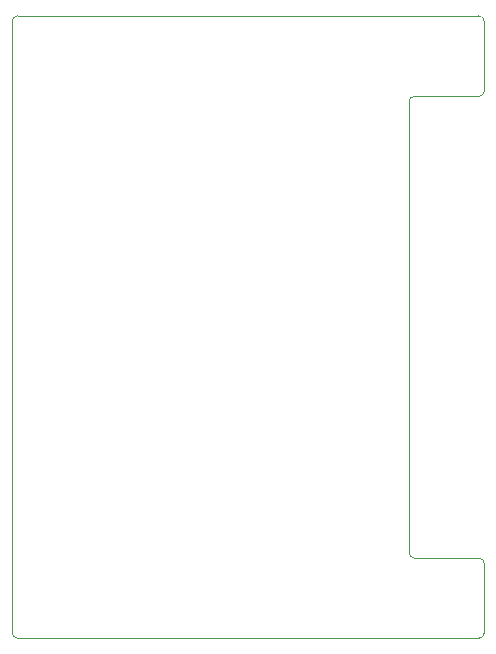
<source format=gbr>
%TF.GenerationSoftware,KiCad,Pcbnew,8.0.8*%
%TF.CreationDate,2025-01-22T21:37:19-04:00*%
%TF.ProjectId,Breadboard-3.3V-5V-power-supply,42726561-6462-46f6-9172-642d332e3356,1*%
%TF.SameCoordinates,Original*%
%TF.FileFunction,Profile,NP*%
%FSLAX46Y46*%
G04 Gerber Fmt 4.6, Leading zero omitted, Abs format (unit mm)*
G04 Created by KiCad (PCBNEW 8.0.8) date 2025-01-22 21:37:19*
%MOMM*%
%LPD*%
G01*
G04 APERTURE LIST*
%TA.AperFunction,Profile*%
%ADD10C,0.050000*%
%TD*%
G04 APERTURE END LIST*
D10*
X168198800Y-71452000D02*
X129163600Y-71452000D01*
X129163600Y-124131600D02*
G75*
G02*
X128706400Y-123674400I0J457200D01*
G01*
X168198800Y-71452001D02*
G75*
G02*
X168680307Y-71907400I25400J-455399D01*
G01*
X168198800Y-117349800D02*
X162767800Y-117349800D01*
X162767800Y-117349800D02*
G75*
G02*
X162310600Y-116892600I0J457200D01*
G01*
X168681400Y-77800200D02*
X168681400Y-71907400D01*
X162767800Y-78259200D02*
X168224200Y-78259200D01*
X168198800Y-117349801D02*
G75*
G02*
X168679605Y-117830500I25400J-455399D01*
G01*
X168683200Y-77800200D02*
G75*
G02*
X168224200Y-78259200I-459000J0D01*
G01*
X162310600Y-78716400D02*
G75*
G02*
X162767800Y-78259200I457200J0D01*
G01*
X162310600Y-116892600D02*
X162310600Y-78716400D01*
X128706400Y-71909200D02*
G75*
G02*
X129163600Y-71452000I457200J0D01*
G01*
X129163600Y-124131600D02*
X168224200Y-124129800D01*
X168681400Y-123672600D02*
G75*
G02*
X168224200Y-124129800I-457200J0D01*
G01*
X128706400Y-71909200D02*
X128706400Y-123674400D01*
X168681400Y-123672600D02*
X168681400Y-117830600D01*
M02*

</source>
